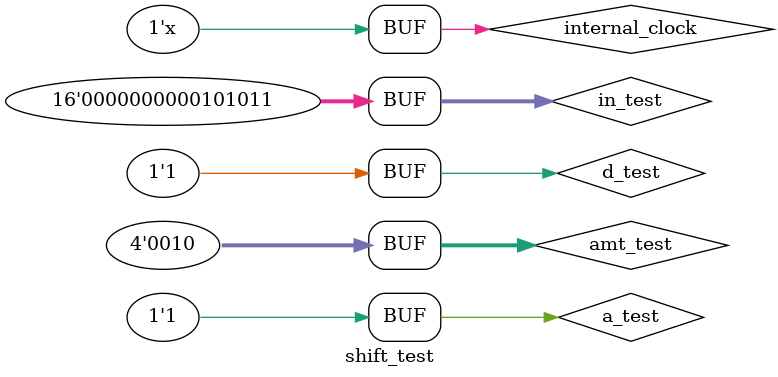
<source format=v>
/*	Module: shift();
*
*	Parameter:
*		In: 			a - 1-bit arithmetic value, determines sign preservation
*						d - 1-bit directional value, determines direction of shift
*						amt - 4-bit integer value, determines number of bits shifted
*						in - 16-bit input value to be shifted
*		Out: 			out - 16-bit shifted output value
*
*	Description:	The module shifts the input binary value by a given number of bits
*						left or right, depending on the direction value. The arithmetic
*						value determines whether the sign will be preserved or not.
*
*	Author: Patrick Reynolds
*/

module shift (
	a,
	d,
	amt,
	in,
	out
);

input a;
input d;
input [3:0] amt;
input [15:0] in;
output reg [15:0] out;

always @(*) begin
	if (d == 0)
		out <= in << amt;
	else
		if (a == 0)
			out <= in >> amt;
		else
			out <= $signed(in) >>> amt;
end

endmodule

module shift_test();

reg internal_clock;
reg a_test;
reg d_test;
reg [3:0] amt_test;
reg [15:0] in_test;
wire [15:0] out_test;

shift dut(
	.a		(a_test),
	.d		(d_test),
	.amt	(amt_test),
	.in	(in_test),
	.out	(out_test)
);

initial begin
	internal_clock <= 0;
	a_test <= 0;
	d_test <= 0;
	amt_test <= 0;
	in_test <= 6'b101011;
	
	#5
	amt_test <= 2'b10;
	
	#5
	d_test <= 1;
	
	#5
	a_test <= 1;
end

always begin
	#5 internal_clock <= !internal_clock;
end

endmodule
</source>
